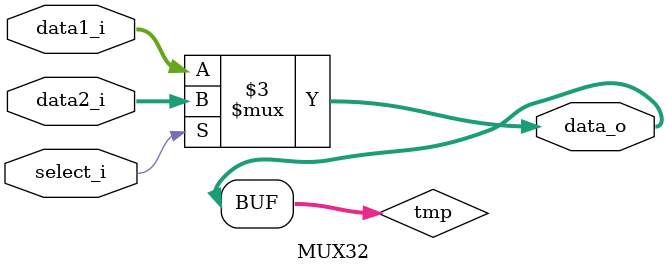
<source format=v>
module MUX32(
    data1_i,
    data2_i,
    select_i,
    data_o     
);

input signed[31:0] data1_i, data2_i;
input select_i;
output signed [31:0] data_o;
reg signed [31:0] tmp;
assign data_o = tmp[31:0];

always @(data1_i or  data2_i or select_i) begin
	if (select_i) begin
		tmp = data2_i;		
	end
	else begin
		tmp = data1_i;
	end
end
endmodule
</source>
